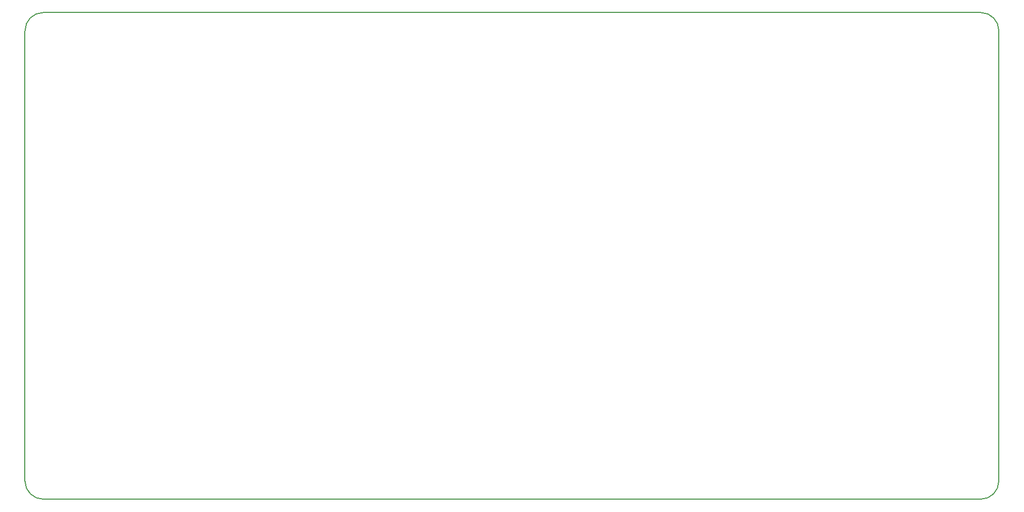
<source format=gbr>
%TF.GenerationSoftware,KiCad,Pcbnew,8.0.1*%
%TF.CreationDate,2024-09-10T07:56:54+02:00*%
%TF.ProjectId,CC_Debug,43435f44-6562-4756-972e-6b696361645f,rev?*%
%TF.SameCoordinates,Original*%
%TF.FileFunction,Profile,NP*%
%FSLAX46Y46*%
G04 Gerber Fmt 4.6, Leading zero omitted, Abs format (unit mm)*
G04 Created by KiCad (PCBNEW 8.0.1) date 2024-09-10 07:56:54*
%MOMM*%
%LPD*%
G01*
G04 APERTURE LIST*
%TA.AperFunction,Profile*%
%ADD10C,0.200000*%
%TD*%
G04 APERTURE END LIST*
D10*
X242852000Y-61854000D02*
G75*
G02*
X245852000Y-64854000I0J-3000000D01*
G01*
X88852001Y-141854000D02*
G75*
G02*
X85852000Y-138853999I-1J3000000D01*
G01*
X245852000Y-138854000D02*
G75*
G02*
X242852000Y-141854000I-3000000J0D01*
G01*
X88852001Y-61854000D02*
X242852000Y-61854000D01*
X85852000Y-138853999D02*
X85852000Y-64854001D01*
X245852000Y-64854000D02*
X245852000Y-138854000D01*
X242852000Y-141854000D02*
X88852001Y-141854000D01*
X85852000Y-64854001D02*
G75*
G02*
X88852001Y-61854000I3000000J1D01*
G01*
M02*

</source>
